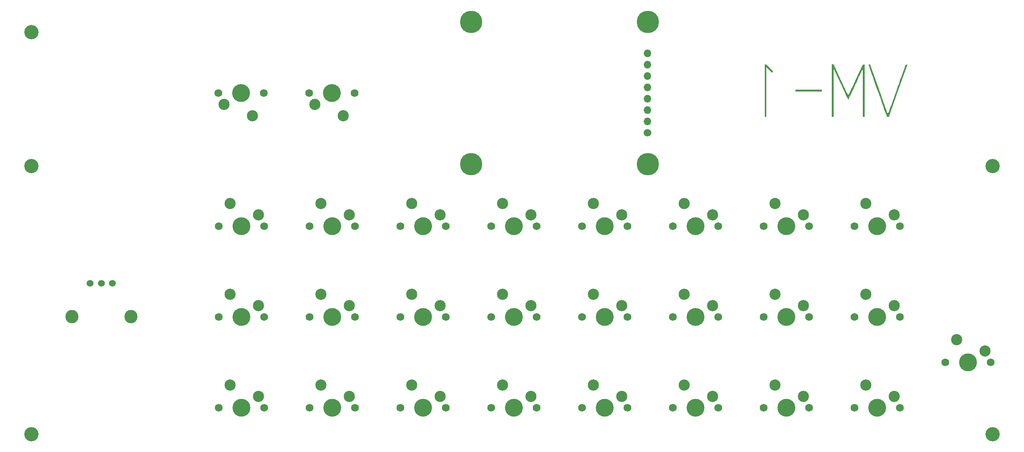
<source format=gbr>
%TF.GenerationSoftware,KiCad,Pcbnew,7.0.5-0*%
%TF.CreationDate,2023-10-31T21:53:37+01:00*%
%TF.ProjectId,20231027_vm-1_prototyp,32303233-3130-4323-975f-766d2d315f70,rev?*%
%TF.SameCoordinates,Original*%
%TF.FileFunction,Soldermask,Bot*%
%TF.FilePolarity,Negative*%
%FSLAX46Y46*%
G04 Gerber Fmt 4.6, Leading zero omitted, Abs format (unit mm)*
G04 Created by KiCad (PCBNEW 7.0.5-0) date 2023-10-31 21:53:37*
%MOMM*%
%LPD*%
G01*
G04 APERTURE LIST*
%ADD10C,3.200000*%
%ADD11C,2.500000*%
%ADD12C,1.750000*%
%ADD13C,4.000000*%
%ADD14C,1.524000*%
%ADD15O,2.900000X3.000000*%
%ADD16C,5.000000*%
%ADD17C,1.700000*%
%ADD18O,1.700000X1.700000*%
G04 APERTURE END LIST*
%TO.C,G\u002A\u002A\u002A*%
G36*
X229590602Y-72840735D02*
G01*
X229846165Y-73556446D01*
X230106948Y-74284392D01*
X230355176Y-74974877D01*
X230588358Y-75621080D01*
X230804001Y-76216177D01*
X230999612Y-76753344D01*
X231172700Y-77225757D01*
X231320771Y-77626595D01*
X231441335Y-77949032D01*
X231531897Y-78186246D01*
X231589967Y-78331414D01*
X231613051Y-78377711D01*
X231629359Y-78338409D01*
X231681390Y-78199926D01*
X231766366Y-77968531D01*
X231881763Y-77651241D01*
X232025059Y-77255070D01*
X232193728Y-76787032D01*
X232385249Y-76254143D01*
X232597095Y-75663417D01*
X232826745Y-75021869D01*
X233071674Y-74336514D01*
X233329359Y-73614366D01*
X233597276Y-72862440D01*
X233816024Y-72248365D01*
X234076073Y-71519153D01*
X234323921Y-70825025D01*
X234557032Y-70173041D01*
X234772872Y-69570257D01*
X234968906Y-69023733D01*
X235142599Y-68540527D01*
X235291417Y-68127697D01*
X235412824Y-67792302D01*
X235504286Y-67541399D01*
X235563268Y-67382047D01*
X235587235Y-67321305D01*
X235665542Y-67280776D01*
X235798383Y-67274441D01*
X235969334Y-67292618D01*
X233886102Y-73137334D01*
X231802870Y-78982051D01*
X231597876Y-78982699D01*
X231539433Y-78981990D01*
X231433985Y-78962136D01*
X231369451Y-78892935D01*
X231310330Y-78745046D01*
X231284917Y-78672988D01*
X231223206Y-78499187D01*
X231128715Y-78233600D01*
X231004032Y-77883492D01*
X230851748Y-77456126D01*
X230674452Y-76958764D01*
X230474734Y-76398670D01*
X230255183Y-75783108D01*
X230018389Y-75119340D01*
X229766942Y-74414630D01*
X229503431Y-73676241D01*
X229230445Y-72911436D01*
X228971456Y-72185690D01*
X228710678Y-71454474D01*
X228463084Y-70759768D01*
X228231129Y-70108480D01*
X228017269Y-69507520D01*
X227823958Y-68963797D01*
X227653651Y-68484220D01*
X227508804Y-68075699D01*
X227391872Y-67745143D01*
X227305309Y-67499460D01*
X227251571Y-67345561D01*
X227233113Y-67290355D01*
X227233777Y-67288168D01*
X227292704Y-67271440D01*
X227417865Y-67264583D01*
X227602617Y-67264583D01*
X229590602Y-72840735D01*
G37*
G36*
X226392053Y-73120580D02*
G01*
X226392053Y-78983346D01*
X226195806Y-78983346D01*
X225999559Y-78983346D01*
X225999559Y-73617386D01*
X225999490Y-73324472D01*
X225998667Y-72572454D01*
X225996966Y-71856854D01*
X225994455Y-71185244D01*
X225991199Y-70565197D01*
X225987264Y-70004285D01*
X225982717Y-69510080D01*
X225977623Y-69090154D01*
X225972049Y-68752080D01*
X225966062Y-68503431D01*
X225959727Y-68351777D01*
X225953110Y-68304693D01*
X225943417Y-68321549D01*
X225890507Y-68427423D01*
X225796353Y-68622312D01*
X225664963Y-68897726D01*
X225500345Y-69245171D01*
X225306510Y-69656158D01*
X225087465Y-70122195D01*
X224847219Y-70634791D01*
X224589781Y-71185455D01*
X224319159Y-71765694D01*
X224178554Y-72067331D01*
X223915702Y-72630185D01*
X223668840Y-73157466D01*
X223441873Y-73640908D01*
X223238707Y-74072242D01*
X223063247Y-74443203D01*
X222919398Y-74745523D01*
X222811067Y-74970935D01*
X222742158Y-75111172D01*
X222716577Y-75157968D01*
X222709774Y-75144783D01*
X222662541Y-75046213D01*
X222573824Y-74858434D01*
X222447549Y-74589829D01*
X222287641Y-74248780D01*
X222098024Y-73843667D01*
X221882624Y-73382875D01*
X221645364Y-72874783D01*
X221390169Y-72327776D01*
X221120965Y-71750234D01*
X220991903Y-71473414D01*
X220727474Y-70907420D01*
X220478025Y-70375042D01*
X220247588Y-69884793D01*
X220040192Y-69445185D01*
X219859866Y-69064730D01*
X219710641Y-68751941D01*
X219596545Y-68515330D01*
X219521609Y-68363410D01*
X219489863Y-68304693D01*
X219483237Y-68334251D01*
X219475589Y-68467943D01*
X219468525Y-68703877D01*
X219462098Y-69036596D01*
X219456359Y-69460645D01*
X219451361Y-69970570D01*
X219447155Y-70560915D01*
X219443794Y-71226224D01*
X219441328Y-71961042D01*
X219439811Y-72759915D01*
X219439294Y-73617386D01*
X219439294Y-78983346D01*
X219243046Y-78983346D01*
X219046799Y-78983346D01*
X219046799Y-73123964D01*
X219046799Y-67264583D01*
X219257064Y-67265774D01*
X219467329Y-67266966D01*
X221086997Y-70743863D01*
X221255850Y-71105749D01*
X221520625Y-71670787D01*
X221769582Y-72199126D01*
X221998814Y-72682631D01*
X222204410Y-73113167D01*
X222382464Y-73482600D01*
X222529066Y-73782794D01*
X222640309Y-74005615D01*
X222712283Y-74142929D01*
X222741080Y-74186599D01*
X222750889Y-74169195D01*
X222803464Y-74063051D01*
X222897282Y-73868112D01*
X223028380Y-73592774D01*
X223192796Y-73245432D01*
X223386568Y-72834483D01*
X223605733Y-72368323D01*
X223846328Y-71855346D01*
X224104392Y-71303950D01*
X224375962Y-70722529D01*
X225976426Y-67292618D01*
X226184240Y-67275215D01*
X226392053Y-67257814D01*
X226392053Y-73120580D01*
G37*
G36*
X204247279Y-67267505D02*
G01*
X204321976Y-67289045D01*
X204411291Y-67340299D01*
X204527833Y-67431502D01*
X204684211Y-67572890D01*
X204893035Y-67774700D01*
X205166916Y-68047167D01*
X205335967Y-68216694D01*
X205559094Y-68442406D01*
X205717167Y-68607813D01*
X205819118Y-68724744D01*
X205873879Y-68805030D01*
X205890381Y-68860498D01*
X205877557Y-68902977D01*
X205844340Y-68944297D01*
X205759417Y-69020890D01*
X205680195Y-69058843D01*
X205659321Y-69048930D01*
X205566592Y-68976023D01*
X205418298Y-68843857D01*
X205229695Y-68666256D01*
X205016037Y-68457040D01*
X204412362Y-67855237D01*
X204412362Y-73419292D01*
X204412362Y-78983346D01*
X204216115Y-78983346D01*
X204019868Y-78983346D01*
X204019868Y-73123964D01*
X204019868Y-67264583D01*
X204202848Y-67264583D01*
X204247279Y-67267505D01*
G37*
G36*
X216803974Y-73123964D02*
G01*
X216803974Y-73320212D01*
X213860265Y-73320212D01*
X210916556Y-73320212D01*
X210916556Y-73123964D01*
X210916556Y-72927717D01*
X213860265Y-72927717D01*
X216803974Y-72927717D01*
X216803974Y-73123964D01*
G37*
%TD*%
D10*
%TO.C,H5*%
X40000000Y-60000000D03*
%TD*%
%TO.C,H4*%
X255000000Y-90000000D03*
%TD*%
%TO.C,H3*%
X255000000Y-150000000D03*
%TD*%
%TO.C,H2*%
X40000000Y-150000000D03*
%TD*%
%TO.C,H1*%
X40000000Y-90000000D03*
%TD*%
D11*
%TO.C,SW27*%
X89408000Y-78740000D03*
X83058000Y-76200000D03*
D12*
X91948000Y-73660000D03*
D13*
X86868000Y-73660000D03*
D12*
X81788000Y-73660000D03*
%TD*%
%TO.C,SW28*%
X254635000Y-133985000D03*
D13*
X249555000Y-133985000D03*
D12*
X244475000Y-133985000D03*
D11*
X253365000Y-131445000D03*
X247015000Y-128905000D03*
%TD*%
D12*
%TO.C,SW20*%
X213995000Y-123825000D03*
D13*
X208915000Y-123825000D03*
D12*
X203835000Y-123825000D03*
D11*
X212725000Y-121285000D03*
X206375000Y-118745000D03*
%TD*%
D12*
%TO.C,SW16*%
X193675000Y-103505000D03*
D13*
X188595000Y-103505000D03*
D12*
X183515000Y-103505000D03*
D11*
X192405000Y-100965000D03*
X186055000Y-98425000D03*
%TD*%
D12*
%TO.C,SW24*%
X234315000Y-144145000D03*
D13*
X229235000Y-144145000D03*
D12*
X224155000Y-144145000D03*
D11*
X233045000Y-141605000D03*
X226695000Y-139065000D03*
%TD*%
D12*
%TO.C,SW9*%
X132715000Y-144145000D03*
D13*
X127635000Y-144145000D03*
D12*
X122555000Y-144145000D03*
D11*
X131445000Y-141605000D03*
X125095000Y-139065000D03*
%TD*%
D14*
%TO.C,SW25*%
X53126000Y-116211000D03*
X58126000Y-116211000D03*
X55626000Y-116211000D03*
D15*
X62226000Y-123711000D03*
X49026000Y-123711000D03*
%TD*%
D12*
%TO.C,SW15*%
X173355000Y-144145000D03*
D13*
X168275000Y-144145000D03*
D12*
X163195000Y-144145000D03*
D11*
X172085000Y-141605000D03*
X165735000Y-139065000D03*
%TD*%
D12*
%TO.C,SW2*%
X92075000Y-123825000D03*
D13*
X86995000Y-123825000D03*
D12*
X81915000Y-123825000D03*
D11*
X90805000Y-121285000D03*
X84455000Y-118745000D03*
%TD*%
D12*
%TO.C,SW7*%
X132715000Y-103505000D03*
D13*
X127635000Y-103505000D03*
D12*
X122555000Y-103505000D03*
D11*
X131445000Y-100965000D03*
X125095000Y-98425000D03*
%TD*%
D12*
%TO.C,SW11*%
X153035000Y-123825000D03*
D13*
X147955000Y-123825000D03*
D12*
X142875000Y-123825000D03*
D11*
X151765000Y-121285000D03*
X145415000Y-118745000D03*
%TD*%
D12*
%TO.C,SW8*%
X132715000Y-123825000D03*
D13*
X127635000Y-123825000D03*
D12*
X122555000Y-123825000D03*
D11*
X131445000Y-121285000D03*
X125095000Y-118745000D03*
%TD*%
D12*
%TO.C,SW12*%
X153035000Y-144145000D03*
D13*
X147955000Y-144145000D03*
D12*
X142875000Y-144145000D03*
D11*
X151765000Y-141605000D03*
X145415000Y-139065000D03*
%TD*%
D12*
%TO.C,SW1*%
X92075000Y-103505000D03*
D13*
X86995000Y-103505000D03*
D12*
X81915000Y-103505000D03*
D11*
X90805000Y-100965000D03*
X84455000Y-98425000D03*
%TD*%
D12*
%TO.C,SW17*%
X193675000Y-123825000D03*
D13*
X188595000Y-123825000D03*
D12*
X183515000Y-123825000D03*
D11*
X192405000Y-121285000D03*
X186055000Y-118745000D03*
%TD*%
D12*
%TO.C,SW10*%
X153035000Y-103505000D03*
D13*
X147955000Y-103505000D03*
D12*
X142875000Y-103505000D03*
D11*
X151765000Y-100965000D03*
X145415000Y-98425000D03*
%TD*%
D12*
%TO.C,SW22*%
X234315000Y-103505000D03*
D13*
X229235000Y-103505000D03*
D12*
X224155000Y-103505000D03*
D11*
X233045000Y-100965000D03*
X226695000Y-98425000D03*
%TD*%
D12*
%TO.C,SW14*%
X173355000Y-123825000D03*
D13*
X168275000Y-123825000D03*
D12*
X163195000Y-123825000D03*
D11*
X172085000Y-121285000D03*
X165735000Y-118745000D03*
%TD*%
D12*
%TO.C,SW6*%
X112395000Y-144145000D03*
D13*
X107315000Y-144145000D03*
D12*
X102235000Y-144145000D03*
D11*
X111125000Y-141605000D03*
X104775000Y-139065000D03*
%TD*%
D16*
%TO.C,J2*%
X177880000Y-89610000D03*
X177880000Y-57710000D03*
X138380000Y-89610000D03*
X138380000Y-57710000D03*
D17*
X177820000Y-82550000D03*
D18*
X177820000Y-80010000D03*
X177820000Y-77470000D03*
X177820000Y-74930000D03*
X177820000Y-72390000D03*
X177820000Y-69850000D03*
X177820000Y-67310000D03*
X177820000Y-64770000D03*
%TD*%
D12*
%TO.C,SW21*%
X213995000Y-144145000D03*
D13*
X208915000Y-144145000D03*
D12*
X203835000Y-144145000D03*
D11*
X212725000Y-141605000D03*
X206375000Y-139065000D03*
%TD*%
%TO.C,SW26*%
X109728000Y-78740000D03*
X103378000Y-76200000D03*
D12*
X112268000Y-73660000D03*
D13*
X107188000Y-73660000D03*
D12*
X102108000Y-73660000D03*
%TD*%
%TO.C,SW4*%
X112395000Y-103505000D03*
D13*
X107315000Y-103505000D03*
D12*
X102235000Y-103505000D03*
D11*
X111125000Y-100965000D03*
X104775000Y-98425000D03*
%TD*%
D12*
%TO.C,SW19*%
X213995000Y-103505000D03*
D13*
X208915000Y-103505000D03*
D12*
X203835000Y-103505000D03*
D11*
X212725000Y-100965000D03*
X206375000Y-98425000D03*
%TD*%
D12*
%TO.C,SW5*%
X112395000Y-123825000D03*
D13*
X107315000Y-123825000D03*
D12*
X102235000Y-123825000D03*
D11*
X111125000Y-121285000D03*
X104775000Y-118745000D03*
%TD*%
D12*
%TO.C,SW23*%
X234315000Y-123825000D03*
D13*
X229235000Y-123825000D03*
D12*
X224155000Y-123825000D03*
D11*
X233045000Y-121285000D03*
X226695000Y-118745000D03*
%TD*%
D12*
%TO.C,SW13*%
X173355000Y-103505000D03*
D13*
X168275000Y-103505000D03*
D12*
X163195000Y-103505000D03*
D11*
X172085000Y-100965000D03*
X165735000Y-98425000D03*
%TD*%
D12*
%TO.C,SW3*%
X92075000Y-144145000D03*
D13*
X86995000Y-144145000D03*
D12*
X81915000Y-144145000D03*
D11*
X90805000Y-141605000D03*
X84455000Y-139065000D03*
%TD*%
D12*
%TO.C,SW18*%
X193675000Y-144145000D03*
D13*
X188595000Y-144145000D03*
D12*
X183515000Y-144145000D03*
D11*
X192405000Y-141605000D03*
X186055000Y-139065000D03*
%TD*%
M02*

</source>
